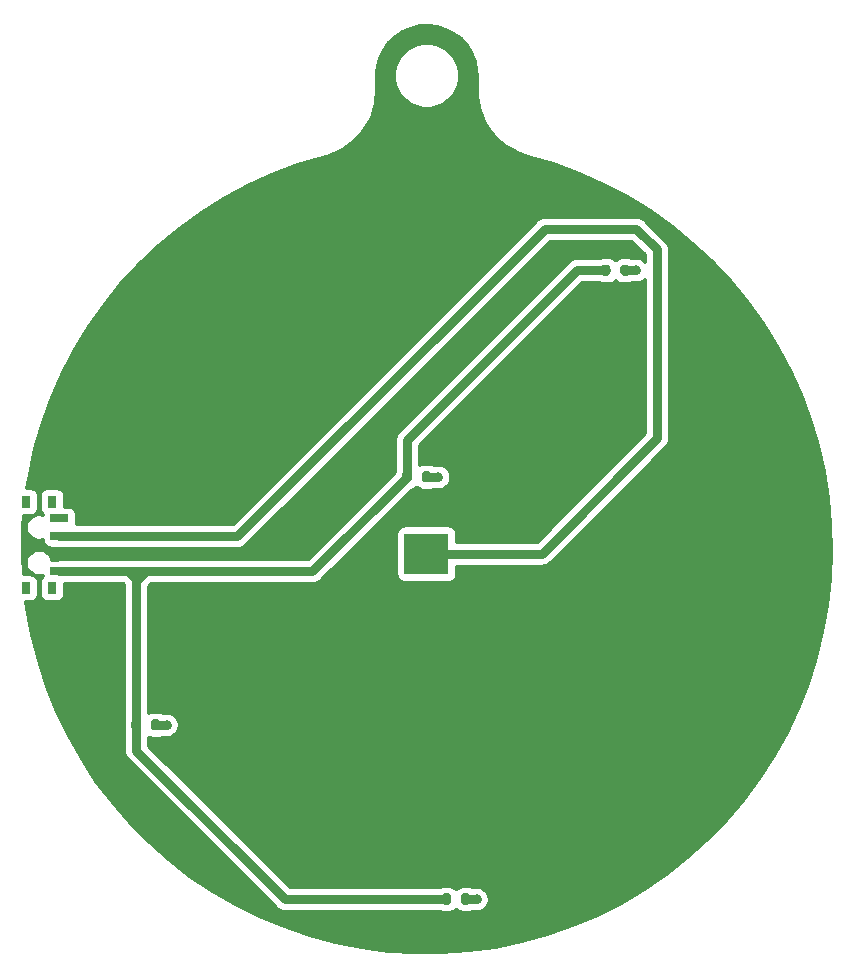
<source format=gbr>
%TF.GenerationSoftware,KiCad,Pcbnew,(5.1.10)-1*%
%TF.CreationDate,2021-10-20T07:51:42+02:00*%
%TF.ProjectId,TVZ_kuglica,54565a5f-6b75-4676-9c69-63612e6b6963,rev?*%
%TF.SameCoordinates,Original*%
%TF.FileFunction,Copper,L2,Bot*%
%TF.FilePolarity,Positive*%
%FSLAX46Y46*%
G04 Gerber Fmt 4.6, Leading zero omitted, Abs format (unit mm)*
G04 Created by KiCad (PCBNEW (5.1.10)-1) date 2021-10-20 07:51:42*
%MOMM*%
%LPD*%
G01*
G04 APERTURE LIST*
%TA.AperFunction,SMDPad,CuDef*%
%ADD10R,1.500000X0.700000*%
%TD*%
%TA.AperFunction,SMDPad,CuDef*%
%ADD11R,0.800000X1.000000*%
%TD*%
%TA.AperFunction,SMDPad,CuDef*%
%ADD12R,3.800000X3.500000*%
%TD*%
%TA.AperFunction,SMDPad,CuDef*%
%ADD13R,2.800000X5.700000*%
%TD*%
%TA.AperFunction,ViaPad*%
%ADD14C,0.800000*%
%TD*%
%TA.AperFunction,Conductor*%
%ADD15C,0.762000*%
%TD*%
%TA.AperFunction,Conductor*%
%ADD16C,0.254000*%
%TD*%
%TA.AperFunction,Conductor*%
%ADD17C,0.100000*%
%TD*%
G04 APERTURE END LIST*
D10*
%TO.P,SW1,1*%
%TO.N,Net-(R1-Pad1)*%
X105930000Y-102000000D03*
%TO.P,SW1,2*%
%TO.N,VCC*%
X105930000Y-99000000D03*
%TO.P,SW1,3*%
%TO.N,Net-(SW1-Pad3)*%
X105930000Y-97500000D03*
D11*
%TO.P,SW1,*%
%TO.N,*%
X103070000Y-103400000D03*
X103070000Y-96100000D03*
X105280000Y-96100000D03*
X105280000Y-103400000D03*
%TD*%
D12*
%TO.P,BT1,1*%
%TO.N,VCC*%
X137000000Y-100500000D03*
D13*
%TO.P,BT1,2*%
%TO.N,GND*%
X137000000Y-123000000D03*
%TD*%
%TO.P,R1,1*%
%TO.N,Net-(R1-Pad1)*%
%TA.AperFunction,SMDPad,CuDef*%
G36*
G01*
X134950000Y-94275000D02*
X134950000Y-93725000D01*
G75*
G02*
X135150000Y-93525000I200000J0D01*
G01*
X135550000Y-93525000D01*
G75*
G02*
X135750000Y-93725000I0J-200000D01*
G01*
X135750000Y-94275000D01*
G75*
G02*
X135550000Y-94475000I-200000J0D01*
G01*
X135150000Y-94475000D01*
G75*
G02*
X134950000Y-94275000I0J200000D01*
G01*
G37*
%TD.AperFunction*%
%TO.P,R1,2*%
%TO.N,Net-(D12-Pad1)*%
%TA.AperFunction,SMDPad,CuDef*%
G36*
G01*
X136600000Y-94275000D02*
X136600000Y-93725000D01*
G75*
G02*
X136800000Y-93525000I200000J0D01*
G01*
X137200000Y-93525000D01*
G75*
G02*
X137400000Y-93725000I0J-200000D01*
G01*
X137400000Y-94275000D01*
G75*
G02*
X137200000Y-94475000I-200000J0D01*
G01*
X136800000Y-94475000D01*
G75*
G02*
X136600000Y-94275000I0J200000D01*
G01*
G37*
%TD.AperFunction*%
%TD*%
%TO.P,R2,1*%
%TO.N,Net-(R1-Pad1)*%
%TA.AperFunction,SMDPad,CuDef*%
G36*
G01*
X151775000Y-76775000D02*
X151775000Y-76225000D01*
G75*
G02*
X151975000Y-76025000I200000J0D01*
G01*
X152375000Y-76025000D01*
G75*
G02*
X152575000Y-76225000I0J-200000D01*
G01*
X152575000Y-76775000D01*
G75*
G02*
X152375000Y-76975000I-200000J0D01*
G01*
X151975000Y-76975000D01*
G75*
G02*
X151775000Y-76775000I0J200000D01*
G01*
G37*
%TD.AperFunction*%
%TO.P,R2,2*%
%TO.N,Net-(D3-Pad1)*%
%TA.AperFunction,SMDPad,CuDef*%
G36*
G01*
X153425000Y-76775000D02*
X153425000Y-76225000D01*
G75*
G02*
X153625000Y-76025000I200000J0D01*
G01*
X154025000Y-76025000D01*
G75*
G02*
X154225000Y-76225000I0J-200000D01*
G01*
X154225000Y-76775000D01*
G75*
G02*
X154025000Y-76975000I-200000J0D01*
G01*
X153625000Y-76975000D01*
G75*
G02*
X153425000Y-76775000I0J200000D01*
G01*
G37*
%TD.AperFunction*%
%TD*%
%TO.P,R3,1*%
%TO.N,Net-(R1-Pad1)*%
%TA.AperFunction,SMDPad,CuDef*%
G36*
G01*
X112025000Y-115275000D02*
X112025000Y-114725000D01*
G75*
G02*
X112225000Y-114525000I200000J0D01*
G01*
X112625000Y-114525000D01*
G75*
G02*
X112825000Y-114725000I0J-200000D01*
G01*
X112825000Y-115275000D01*
G75*
G02*
X112625000Y-115475000I-200000J0D01*
G01*
X112225000Y-115475000D01*
G75*
G02*
X112025000Y-115275000I0J200000D01*
G01*
G37*
%TD.AperFunction*%
%TO.P,R3,2*%
%TO.N,Net-(D5-Pad1)*%
%TA.AperFunction,SMDPad,CuDef*%
G36*
G01*
X113675000Y-115275000D02*
X113675000Y-114725000D01*
G75*
G02*
X113875000Y-114525000I200000J0D01*
G01*
X114275000Y-114525000D01*
G75*
G02*
X114475000Y-114725000I0J-200000D01*
G01*
X114475000Y-115275000D01*
G75*
G02*
X114275000Y-115475000I-200000J0D01*
G01*
X113875000Y-115475000D01*
G75*
G02*
X113675000Y-115275000I0J200000D01*
G01*
G37*
%TD.AperFunction*%
%TD*%
%TO.P,R4,2*%
%TO.N,Net-(D7-Pad1)*%
%TA.AperFunction,SMDPad,CuDef*%
G36*
G01*
X139925000Y-130025000D02*
X139925000Y-129475000D01*
G75*
G02*
X140125000Y-129275000I200000J0D01*
G01*
X140525000Y-129275000D01*
G75*
G02*
X140725000Y-129475000I0J-200000D01*
G01*
X140725000Y-130025000D01*
G75*
G02*
X140525000Y-130225000I-200000J0D01*
G01*
X140125000Y-130225000D01*
G75*
G02*
X139925000Y-130025000I0J200000D01*
G01*
G37*
%TD.AperFunction*%
%TO.P,R4,1*%
%TO.N,Net-(R1-Pad1)*%
%TA.AperFunction,SMDPad,CuDef*%
G36*
G01*
X138275000Y-130025000D02*
X138275000Y-129475000D01*
G75*
G02*
X138475000Y-129275000I200000J0D01*
G01*
X138875000Y-129275000D01*
G75*
G02*
X139075000Y-129475000I0J-200000D01*
G01*
X139075000Y-130025000D01*
G75*
G02*
X138875000Y-130225000I-200000J0D01*
G01*
X138475000Y-130225000D01*
G75*
G02*
X138275000Y-130025000I0J200000D01*
G01*
G37*
%TD.AperFunction*%
%TD*%
D14*
%TO.N,GND*%
X129000000Y-77000000D03*
X115000000Y-89500000D03*
X148750000Y-81750000D03*
X148500000Y-104000000D03*
X164250000Y-109250000D03*
X146000000Y-113750000D03*
X143750000Y-125750000D03*
X120500000Y-128250000D03*
X130750000Y-112500000D03*
X119500000Y-107250000D03*
X109750000Y-104500000D03*
X158750000Y-76500000D03*
X142000000Y-94000000D03*
X119000000Y-115000000D03*
X145250000Y-129750000D03*
%TO.N,Net-(D12-Pad1)*%
X138000000Y-94000000D03*
%TO.N,Net-(D3-Pad1)*%
X154750000Y-76500000D03*
%TO.N,Net-(D5-Pad1)*%
X115000000Y-115000000D03*
%TO.N,Net-(D7-Pad1)*%
X141250000Y-129750000D03*
%TD*%
D15*
%TO.N,VCC*%
X146750000Y-100500000D02*
X137000000Y-100500000D01*
X156500000Y-90750000D02*
X146750000Y-100500000D01*
X156500000Y-74750000D02*
X156500000Y-90750000D01*
X154750000Y-73000000D02*
X156500000Y-74750000D01*
X147000000Y-73000000D02*
X154750000Y-73000000D01*
X121000000Y-99000000D02*
X147000000Y-73000000D01*
X105930000Y-99000000D02*
X121000000Y-99000000D01*
%TO.N,Net-(D12-Pad1)*%
X138000000Y-94000000D02*
X137000000Y-94000000D01*
%TO.N,Net-(D3-Pad1)*%
X153825000Y-76500000D02*
X154750000Y-76500000D01*
%TO.N,Net-(D5-Pad1)*%
X114075000Y-115000000D02*
X115000000Y-115000000D01*
%TO.N,Net-(D7-Pad1)*%
X140325000Y-129750000D02*
X141250000Y-129750000D01*
%TO.N,Net-(R1-Pad1)*%
X112425000Y-115000000D02*
X112425000Y-117175000D01*
X125000000Y-129750000D02*
X138675000Y-129750000D01*
X112425000Y-117175000D02*
X125000000Y-129750000D01*
X127350000Y-102000000D02*
X135350000Y-94000000D01*
X135350000Y-94000000D02*
X135350000Y-90900000D01*
X149750000Y-76500000D02*
X152175000Y-76500000D01*
X135350000Y-90900000D02*
X149750000Y-76500000D01*
X112425000Y-102325000D02*
X112750000Y-102000000D01*
X112425000Y-102825000D02*
X113250000Y-102000000D01*
X112750000Y-102000000D02*
X113250000Y-102000000D01*
X112425000Y-115000000D02*
X112425000Y-102825000D01*
X113250000Y-102000000D02*
X127350000Y-102000000D01*
X112425000Y-102825000D02*
X112425000Y-102325000D01*
X112425000Y-102675000D02*
X111750000Y-102000000D01*
X112425000Y-102825000D02*
X112425000Y-102675000D01*
X111750000Y-102000000D02*
X112750000Y-102000000D01*
X105930000Y-102000000D02*
X111750000Y-102000000D01*
%TD*%
D16*
%TO.N,GND*%
X137886138Y-55831059D02*
X138610388Y-56053867D01*
X139283738Y-56401409D01*
X139884901Y-56862699D01*
X140394872Y-57423149D01*
X140797540Y-58065057D01*
X141080170Y-58768122D01*
X141236190Y-59521513D01*
X141265000Y-60021169D01*
X141265001Y-61306272D01*
X141266298Y-61319440D01*
X141278413Y-61656049D01*
X141278863Y-61659632D01*
X141278707Y-61663242D01*
X141287438Y-61747410D01*
X141429908Y-62624862D01*
X141435629Y-62647269D01*
X141438736Y-62670183D01*
X141462234Y-62751474D01*
X141757835Y-63589830D01*
X141767433Y-63610870D01*
X141774549Y-63632871D01*
X141812059Y-63708691D01*
X141812071Y-63708717D01*
X141812077Y-63708725D01*
X142251461Y-64481476D01*
X142264630Y-64500478D01*
X142275533Y-64520879D01*
X142325894Y-64588881D01*
X142895182Y-65271616D01*
X142911512Y-65287990D01*
X142925851Y-65306132D01*
X142987458Y-65364142D01*
X143668651Y-65935276D01*
X143687625Y-65948502D01*
X143704950Y-65963817D01*
X143775855Y-66010000D01*
X144547423Y-66451478D01*
X144568436Y-66461133D01*
X144588200Y-66473139D01*
X144666163Y-66506036D01*
X145503715Y-66803905D01*
X145508021Y-66805017D01*
X145525587Y-66811299D01*
X145542755Y-66816572D01*
X147746053Y-67464098D01*
X149878711Y-68247813D01*
X151954729Y-69171140D01*
X153965017Y-70230036D01*
X155900673Y-71419812D01*
X157753239Y-72735268D01*
X159514561Y-74170616D01*
X161176886Y-75719540D01*
X162732884Y-77375207D01*
X164175738Y-79130360D01*
X165499106Y-80977290D01*
X166697162Y-82907865D01*
X167764630Y-84913581D01*
X168696830Y-86985643D01*
X169489658Y-89114933D01*
X170139624Y-91292080D01*
X170643873Y-93507517D01*
X171000188Y-95751501D01*
X171207004Y-98014175D01*
X171263407Y-100285560D01*
X171169153Y-102555700D01*
X170924654Y-104814605D01*
X170530986Y-107052337D01*
X169989882Y-109259064D01*
X169303718Y-111425077D01*
X168475512Y-113540851D01*
X167508906Y-115597090D01*
X166408155Y-117584736D01*
X165178083Y-119495080D01*
X163824120Y-121319689D01*
X162352204Y-123050560D01*
X160768823Y-124680064D01*
X159080926Y-126201055D01*
X157295931Y-127606843D01*
X155421695Y-128891239D01*
X153466456Y-130048599D01*
X151438820Y-131073832D01*
X149347702Y-131962428D01*
X147202263Y-132710493D01*
X145011999Y-133314718D01*
X142786467Y-133772464D01*
X140535523Y-134081705D01*
X138269022Y-134241089D01*
X135996953Y-134249911D01*
X133729262Y-134108134D01*
X131475992Y-133816385D01*
X129246983Y-133375938D01*
X127052076Y-132788738D01*
X124900917Y-132057366D01*
X122802939Y-131185029D01*
X120767401Y-130175574D01*
X118803237Y-129033435D01*
X116919085Y-127763634D01*
X115123223Y-126371749D01*
X113423564Y-124863914D01*
X111827572Y-123246751D01*
X110342263Y-121527368D01*
X108974171Y-119713331D01*
X107729304Y-117812605D01*
X106613144Y-115833557D01*
X105630601Y-113784897D01*
X104785986Y-111675609D01*
X104083026Y-109515005D01*
X103524797Y-107312547D01*
X103113763Y-105077935D01*
X103051083Y-104538072D01*
X103470000Y-104538072D01*
X103594482Y-104525812D01*
X103714180Y-104489502D01*
X103824494Y-104430537D01*
X103921185Y-104351185D01*
X104000537Y-104254494D01*
X104059502Y-104144180D01*
X104095812Y-104024482D01*
X104108072Y-103900000D01*
X104108072Y-102900000D01*
X104095812Y-102775518D01*
X104059502Y-102655820D01*
X104000537Y-102545506D01*
X103921185Y-102448815D01*
X103824494Y-102369463D01*
X103714180Y-102310498D01*
X103594482Y-102274188D01*
X103470000Y-102261928D01*
X102824164Y-102261928D01*
X102739845Y-100551658D01*
X102778607Y-98279882D01*
X102790035Y-98143137D01*
X103085000Y-98143137D01*
X103085000Y-98356863D01*
X103126696Y-98566483D01*
X103208485Y-98763940D01*
X103327225Y-98941647D01*
X103478353Y-99092775D01*
X103656060Y-99211515D01*
X103853517Y-99293304D01*
X104063137Y-99335000D01*
X104276863Y-99335000D01*
X104486483Y-99293304D01*
X104541928Y-99270338D01*
X104541928Y-99350000D01*
X104554188Y-99474482D01*
X104590498Y-99594180D01*
X104649463Y-99704494D01*
X104728815Y-99801185D01*
X104825506Y-99880537D01*
X104935820Y-99939502D01*
X105055518Y-99975812D01*
X105180000Y-99988072D01*
X105687229Y-99988072D01*
X105730829Y-100001298D01*
X105880098Y-100016000D01*
X120950098Y-100016000D01*
X121000000Y-100020915D01*
X121049902Y-100016000D01*
X121199171Y-100001298D01*
X121390687Y-99943202D01*
X121567190Y-99848860D01*
X121721896Y-99721896D01*
X121753713Y-99683128D01*
X147420841Y-74016000D01*
X154329160Y-74016000D01*
X155484000Y-75170841D01*
X155484000Y-75770289D01*
X155409774Y-75696063D01*
X155240256Y-75582795D01*
X155051898Y-75504774D01*
X154851939Y-75465000D01*
X154648061Y-75465000D01*
X154552541Y-75484000D01*
X154407974Y-75484000D01*
X154345716Y-75450722D01*
X154188500Y-75403031D01*
X154025000Y-75386928D01*
X153625000Y-75386928D01*
X153461500Y-75403031D01*
X153304284Y-75450722D01*
X153159392Y-75528169D01*
X153032394Y-75632394D01*
X153000000Y-75671866D01*
X152967606Y-75632394D01*
X152840608Y-75528169D01*
X152695716Y-75450722D01*
X152538500Y-75403031D01*
X152375000Y-75386928D01*
X151975000Y-75386928D01*
X151811500Y-75403031D01*
X151654284Y-75450722D01*
X151592026Y-75484000D01*
X149799893Y-75484000D01*
X149749999Y-75479086D01*
X149700105Y-75484000D01*
X149700098Y-75484000D01*
X149550829Y-75498702D01*
X149359313Y-75556798D01*
X149182810Y-75651140D01*
X149028104Y-75778104D01*
X148996292Y-75816867D01*
X134666868Y-90146292D01*
X134628105Y-90178104D01*
X134501141Y-90332810D01*
X134435892Y-90454883D01*
X134406799Y-90509313D01*
X134348702Y-90700830D01*
X134329085Y-90900000D01*
X134334001Y-90949911D01*
X134334000Y-93541822D01*
X134328031Y-93561500D01*
X134325450Y-93587709D01*
X126929160Y-100984000D01*
X113299893Y-100984000D01*
X113249999Y-100979086D01*
X113200105Y-100984000D01*
X112799893Y-100984000D01*
X112749999Y-100979086D01*
X112700105Y-100984000D01*
X111799902Y-100984000D01*
X111750000Y-100979085D01*
X111700098Y-100984000D01*
X105880098Y-100984000D01*
X105730829Y-100998702D01*
X105687229Y-101011928D01*
X105228901Y-101011928D01*
X105213304Y-100933517D01*
X105131515Y-100736060D01*
X105012775Y-100558353D01*
X104861647Y-100407225D01*
X104683940Y-100288485D01*
X104486483Y-100206696D01*
X104276863Y-100165000D01*
X104063137Y-100165000D01*
X103853517Y-100206696D01*
X103656060Y-100288485D01*
X103478353Y-100407225D01*
X103327225Y-100558353D01*
X103208485Y-100736060D01*
X103126696Y-100933517D01*
X103085000Y-101143137D01*
X103085000Y-101356863D01*
X103126696Y-101566483D01*
X103208485Y-101763940D01*
X103327225Y-101941647D01*
X103478353Y-102092775D01*
X103656060Y-102211515D01*
X103853517Y-102293304D01*
X104063137Y-102335000D01*
X104276863Y-102335000D01*
X104486483Y-102293304D01*
X104541928Y-102270338D01*
X104541928Y-102350000D01*
X104542928Y-102360151D01*
X104525506Y-102369463D01*
X104428815Y-102448815D01*
X104349463Y-102545506D01*
X104290498Y-102655820D01*
X104254188Y-102775518D01*
X104241928Y-102900000D01*
X104241928Y-103900000D01*
X104254188Y-104024482D01*
X104290498Y-104144180D01*
X104349463Y-104254494D01*
X104428815Y-104351185D01*
X104525506Y-104430537D01*
X104635820Y-104489502D01*
X104755518Y-104525812D01*
X104880000Y-104538072D01*
X105680000Y-104538072D01*
X105804482Y-104525812D01*
X105924180Y-104489502D01*
X106034494Y-104430537D01*
X106131185Y-104351185D01*
X106210537Y-104254494D01*
X106269502Y-104144180D01*
X106305812Y-104024482D01*
X106318072Y-103900000D01*
X106318072Y-103016000D01*
X111329160Y-103016000D01*
X111409001Y-103095841D01*
X111409000Y-114541823D01*
X111403031Y-114561500D01*
X111386928Y-114725000D01*
X111386928Y-115275000D01*
X111403031Y-115438500D01*
X111409000Y-115458178D01*
X111409001Y-117125089D01*
X111404085Y-117175000D01*
X111423702Y-117374170D01*
X111462141Y-117500884D01*
X111481799Y-117565687D01*
X111576141Y-117742190D01*
X111703105Y-117896896D01*
X111741868Y-117928708D01*
X124246292Y-130433133D01*
X124278104Y-130471896D01*
X124392976Y-130566169D01*
X124432810Y-130598860D01*
X124609313Y-130693202D01*
X124800829Y-130751298D01*
X125000000Y-130770915D01*
X125049902Y-130766000D01*
X138092026Y-130766000D01*
X138154284Y-130799278D01*
X138311500Y-130846969D01*
X138475000Y-130863072D01*
X138875000Y-130863072D01*
X139038500Y-130846969D01*
X139195716Y-130799278D01*
X139340608Y-130721831D01*
X139467606Y-130617606D01*
X139500000Y-130578134D01*
X139532394Y-130617606D01*
X139659392Y-130721831D01*
X139804284Y-130799278D01*
X139961500Y-130846969D01*
X140125000Y-130863072D01*
X140525000Y-130863072D01*
X140688500Y-130846969D01*
X140845716Y-130799278D01*
X140907974Y-130766000D01*
X141052541Y-130766000D01*
X141148061Y-130785000D01*
X141351939Y-130785000D01*
X141551898Y-130745226D01*
X141740256Y-130667205D01*
X141909774Y-130553937D01*
X142053937Y-130409774D01*
X142167205Y-130240256D01*
X142245226Y-130051898D01*
X142285000Y-129851939D01*
X142285000Y-129648061D01*
X142245226Y-129448102D01*
X142167205Y-129259744D01*
X142053937Y-129090226D01*
X141909774Y-128946063D01*
X141740256Y-128832795D01*
X141551898Y-128754774D01*
X141351939Y-128715000D01*
X141148061Y-128715000D01*
X141052541Y-128734000D01*
X140907974Y-128734000D01*
X140845716Y-128700722D01*
X140688500Y-128653031D01*
X140525000Y-128636928D01*
X140125000Y-128636928D01*
X139961500Y-128653031D01*
X139804284Y-128700722D01*
X139659392Y-128778169D01*
X139532394Y-128882394D01*
X139500000Y-128921866D01*
X139467606Y-128882394D01*
X139340608Y-128778169D01*
X139195716Y-128700722D01*
X139038500Y-128653031D01*
X138875000Y-128636928D01*
X138475000Y-128636928D01*
X138311500Y-128653031D01*
X138154284Y-128700722D01*
X138092026Y-128734000D01*
X125420841Y-128734000D01*
X113441000Y-116754160D01*
X113441000Y-115988726D01*
X113554284Y-116049278D01*
X113711500Y-116096969D01*
X113875000Y-116113072D01*
X114275000Y-116113072D01*
X114438500Y-116096969D01*
X114595716Y-116049278D01*
X114657974Y-116016000D01*
X114802541Y-116016000D01*
X114898061Y-116035000D01*
X115101939Y-116035000D01*
X115301898Y-115995226D01*
X115490256Y-115917205D01*
X115659774Y-115803937D01*
X115803937Y-115659774D01*
X115917205Y-115490256D01*
X115995226Y-115301898D01*
X116035000Y-115101939D01*
X116035000Y-114898061D01*
X115995226Y-114698102D01*
X115917205Y-114509744D01*
X115803937Y-114340226D01*
X115659774Y-114196063D01*
X115490256Y-114082795D01*
X115301898Y-114004774D01*
X115101939Y-113965000D01*
X114898061Y-113965000D01*
X114802541Y-113984000D01*
X114657974Y-113984000D01*
X114595716Y-113950722D01*
X114438500Y-113903031D01*
X114275000Y-113886928D01*
X113875000Y-113886928D01*
X113711500Y-113903031D01*
X113554284Y-113950722D01*
X113441000Y-114011274D01*
X113441000Y-103245840D01*
X113670841Y-103016000D01*
X127300098Y-103016000D01*
X127350000Y-103020915D01*
X127399902Y-103016000D01*
X127549171Y-103001298D01*
X127740687Y-102943202D01*
X127917190Y-102848860D01*
X128071896Y-102721896D01*
X128103712Y-102683128D01*
X135687291Y-95099550D01*
X135713500Y-95096969D01*
X135870716Y-95049278D01*
X136015608Y-94971831D01*
X136142606Y-94867606D01*
X136175000Y-94828134D01*
X136207394Y-94867606D01*
X136334392Y-94971831D01*
X136479284Y-95049278D01*
X136636500Y-95096969D01*
X136800000Y-95113072D01*
X137200000Y-95113072D01*
X137363500Y-95096969D01*
X137520716Y-95049278D01*
X137582974Y-95016000D01*
X137802541Y-95016000D01*
X137898061Y-95035000D01*
X138101939Y-95035000D01*
X138301898Y-94995226D01*
X138490256Y-94917205D01*
X138659774Y-94803937D01*
X138803937Y-94659774D01*
X138917205Y-94490256D01*
X138995226Y-94301898D01*
X139035000Y-94101939D01*
X139035000Y-93898061D01*
X138995226Y-93698102D01*
X138917205Y-93509744D01*
X138803937Y-93340226D01*
X138659774Y-93196063D01*
X138490256Y-93082795D01*
X138301898Y-93004774D01*
X138101939Y-92965000D01*
X137898061Y-92965000D01*
X137802541Y-92984000D01*
X137582974Y-92984000D01*
X137520716Y-92950722D01*
X137363500Y-92903031D01*
X137200000Y-92886928D01*
X136800000Y-92886928D01*
X136636500Y-92903031D01*
X136479284Y-92950722D01*
X136366000Y-93011274D01*
X136366000Y-91320840D01*
X150170841Y-77516000D01*
X151592026Y-77516000D01*
X151654284Y-77549278D01*
X151811500Y-77596969D01*
X151975000Y-77613072D01*
X152375000Y-77613072D01*
X152538500Y-77596969D01*
X152695716Y-77549278D01*
X152840608Y-77471831D01*
X152967606Y-77367606D01*
X153000000Y-77328134D01*
X153032394Y-77367606D01*
X153159392Y-77471831D01*
X153304284Y-77549278D01*
X153461500Y-77596969D01*
X153625000Y-77613072D01*
X154025000Y-77613072D01*
X154188500Y-77596969D01*
X154345716Y-77549278D01*
X154407974Y-77516000D01*
X154552541Y-77516000D01*
X154648061Y-77535000D01*
X154851939Y-77535000D01*
X155051898Y-77495226D01*
X155240256Y-77417205D01*
X155409774Y-77303937D01*
X155484000Y-77229711D01*
X155484001Y-90329158D01*
X146329160Y-99484000D01*
X139538072Y-99484000D01*
X139538072Y-98750000D01*
X139525812Y-98625518D01*
X139489502Y-98505820D01*
X139430537Y-98395506D01*
X139351185Y-98298815D01*
X139254494Y-98219463D01*
X139144180Y-98160498D01*
X139024482Y-98124188D01*
X138900000Y-98111928D01*
X135100000Y-98111928D01*
X134975518Y-98124188D01*
X134855820Y-98160498D01*
X134745506Y-98219463D01*
X134648815Y-98298815D01*
X134569463Y-98395506D01*
X134510498Y-98505820D01*
X134474188Y-98625518D01*
X134461928Y-98750000D01*
X134461928Y-102250000D01*
X134474188Y-102374482D01*
X134510498Y-102494180D01*
X134569463Y-102604494D01*
X134648815Y-102701185D01*
X134745506Y-102780537D01*
X134855820Y-102839502D01*
X134975518Y-102875812D01*
X135100000Y-102888072D01*
X138900000Y-102888072D01*
X139024482Y-102875812D01*
X139144180Y-102839502D01*
X139254494Y-102780537D01*
X139351185Y-102701185D01*
X139430537Y-102604494D01*
X139489502Y-102494180D01*
X139525812Y-102374482D01*
X139538072Y-102250000D01*
X139538072Y-101516000D01*
X146700098Y-101516000D01*
X146750000Y-101520915D01*
X146799902Y-101516000D01*
X146949171Y-101501298D01*
X147140687Y-101443202D01*
X147317190Y-101348860D01*
X147471896Y-101221896D01*
X147503712Y-101183128D01*
X157183133Y-91503708D01*
X157221896Y-91471896D01*
X157348860Y-91317190D01*
X157443202Y-91140687D01*
X157501298Y-90949171D01*
X157516000Y-90799902D01*
X157516000Y-90799895D01*
X157520914Y-90750001D01*
X157516000Y-90700107D01*
X157516000Y-74799902D01*
X157520915Y-74750000D01*
X157512117Y-74660669D01*
X157501298Y-74550829D01*
X157443202Y-74359313D01*
X157348860Y-74182810D01*
X157221896Y-74028104D01*
X157183133Y-73996292D01*
X155503712Y-72316872D01*
X155471896Y-72278104D01*
X155317190Y-72151140D01*
X155140687Y-72056798D01*
X154949171Y-71998702D01*
X154799902Y-71984000D01*
X154750000Y-71979085D01*
X154700098Y-71984000D01*
X147049902Y-71984000D01*
X147000000Y-71979085D01*
X146950098Y-71984000D01*
X146800829Y-71998702D01*
X146609313Y-72056798D01*
X146432810Y-72151140D01*
X146278104Y-72278104D01*
X146246292Y-72316867D01*
X120579160Y-97984000D01*
X107302925Y-97984000D01*
X107305812Y-97974482D01*
X107318072Y-97850000D01*
X107318072Y-97150000D01*
X107305812Y-97025518D01*
X107269502Y-96905820D01*
X107210537Y-96795506D01*
X107131185Y-96698815D01*
X107034494Y-96619463D01*
X106924180Y-96560498D01*
X106804482Y-96524188D01*
X106680000Y-96511928D01*
X106318072Y-96511928D01*
X106318072Y-95600000D01*
X106305812Y-95475518D01*
X106269502Y-95355820D01*
X106210537Y-95245506D01*
X106131185Y-95148815D01*
X106034494Y-95069463D01*
X105924180Y-95010498D01*
X105804482Y-94974188D01*
X105680000Y-94961928D01*
X104880000Y-94961928D01*
X104755518Y-94974188D01*
X104635820Y-95010498D01*
X104525506Y-95069463D01*
X104428815Y-95148815D01*
X104349463Y-95245506D01*
X104290498Y-95355820D01*
X104254188Y-95475518D01*
X104241928Y-95600000D01*
X104241928Y-96600000D01*
X104254188Y-96724482D01*
X104290498Y-96844180D01*
X104349463Y-96954494D01*
X104428815Y-97051185D01*
X104525506Y-97130537D01*
X104542928Y-97139849D01*
X104541928Y-97150000D01*
X104541928Y-97229662D01*
X104486483Y-97206696D01*
X104276863Y-97165000D01*
X104063137Y-97165000D01*
X103853517Y-97206696D01*
X103656060Y-97288485D01*
X103478353Y-97407225D01*
X103327225Y-97558353D01*
X103208485Y-97736060D01*
X103126696Y-97933517D01*
X103085000Y-98143137D01*
X102790035Y-98143137D01*
X102865678Y-97238072D01*
X103470000Y-97238072D01*
X103594482Y-97225812D01*
X103714180Y-97189502D01*
X103824494Y-97130537D01*
X103921185Y-97051185D01*
X104000537Y-96954494D01*
X104059502Y-96844180D01*
X104095812Y-96724482D01*
X104108072Y-96600000D01*
X104108072Y-95600000D01*
X104095812Y-95475518D01*
X104059502Y-95355820D01*
X104000537Y-95245506D01*
X103921185Y-95148815D01*
X103824494Y-95069463D01*
X103714180Y-95010498D01*
X103594482Y-94974188D01*
X103470000Y-94961928D01*
X103126785Y-94961928D01*
X103306719Y-93768999D01*
X103793749Y-91549706D01*
X104426782Y-89367594D01*
X105203052Y-87232203D01*
X106119133Y-85152960D01*
X107170992Y-83139015D01*
X108354015Y-81199200D01*
X109663000Y-79342048D01*
X111092189Y-77575730D01*
X112635284Y-75908027D01*
X114285522Y-74346247D01*
X116035631Y-72897273D01*
X117877934Y-71567463D01*
X119804304Y-70362683D01*
X121806298Y-69288211D01*
X123875077Y-68348792D01*
X126001593Y-67548534D01*
X128186747Y-66887862D01*
X128436510Y-66822338D01*
X128452528Y-66817563D01*
X128459226Y-66815987D01*
X128804024Y-66713600D01*
X128807380Y-66712269D01*
X128810916Y-66711517D01*
X128890228Y-66682021D01*
X129704199Y-66324712D01*
X129724464Y-66313571D01*
X129745874Y-66304834D01*
X129818696Y-66261767D01*
X129818710Y-66261759D01*
X129818715Y-66261755D01*
X130556543Y-65765956D01*
X130574511Y-65751406D01*
X130594041Y-65739012D01*
X130658097Y-65683720D01*
X131296470Y-65065093D01*
X131311582Y-65047586D01*
X131328603Y-65031934D01*
X131381840Y-64966192D01*
X131381856Y-64966173D01*
X131381861Y-64966165D01*
X131900590Y-64244277D01*
X131912363Y-64224370D01*
X131926343Y-64205952D01*
X131967109Y-64131800D01*
X132349809Y-63329453D01*
X132357869Y-63307780D01*
X132368369Y-63287173D01*
X132395359Y-63206974D01*
X132629927Y-62349538D01*
X132634022Y-62326778D01*
X132640706Y-62304640D01*
X132653067Y-62220928D01*
X132731782Y-61338949D01*
X132735000Y-61306272D01*
X132735000Y-60032731D01*
X132762021Y-59729963D01*
X134258266Y-59729963D01*
X134258266Y-60270037D01*
X134363629Y-60799734D01*
X134570307Y-61298698D01*
X134870356Y-61747753D01*
X135252247Y-62129644D01*
X135701302Y-62429693D01*
X136200266Y-62636371D01*
X136729963Y-62741734D01*
X137270037Y-62741734D01*
X137799734Y-62636371D01*
X138298698Y-62429693D01*
X138747753Y-62129644D01*
X139129644Y-61747753D01*
X139429693Y-61298698D01*
X139636371Y-60799734D01*
X139741734Y-60270037D01*
X139741734Y-59729963D01*
X139636371Y-59200266D01*
X139429693Y-58701302D01*
X139129644Y-58252247D01*
X138747753Y-57870356D01*
X138298698Y-57570307D01*
X137799734Y-57363629D01*
X137270037Y-57258266D01*
X136729963Y-57258266D01*
X136200266Y-57363629D01*
X135701302Y-57570307D01*
X135252247Y-57870356D01*
X134870356Y-58252247D01*
X134570307Y-58701302D01*
X134363629Y-59200266D01*
X134258266Y-59729963D01*
X132762021Y-59729963D01*
X132805281Y-59245253D01*
X133005231Y-58514357D01*
X133331450Y-57830425D01*
X133773626Y-57215072D01*
X134317789Y-56687741D01*
X134946726Y-56265114D01*
X135640570Y-55960537D01*
X136377386Y-55783643D01*
X137133871Y-55740024D01*
X137886138Y-55831059D01*
%TA.AperFunction,Conductor*%
D17*
G36*
X137886138Y-55831059D02*
G01*
X138610388Y-56053867D01*
X139283738Y-56401409D01*
X139884901Y-56862699D01*
X140394872Y-57423149D01*
X140797540Y-58065057D01*
X141080170Y-58768122D01*
X141236190Y-59521513D01*
X141265000Y-60021169D01*
X141265001Y-61306272D01*
X141266298Y-61319440D01*
X141278413Y-61656049D01*
X141278863Y-61659632D01*
X141278707Y-61663242D01*
X141287438Y-61747410D01*
X141429908Y-62624862D01*
X141435629Y-62647269D01*
X141438736Y-62670183D01*
X141462234Y-62751474D01*
X141757835Y-63589830D01*
X141767433Y-63610870D01*
X141774549Y-63632871D01*
X141812059Y-63708691D01*
X141812071Y-63708717D01*
X141812077Y-63708725D01*
X142251461Y-64481476D01*
X142264630Y-64500478D01*
X142275533Y-64520879D01*
X142325894Y-64588881D01*
X142895182Y-65271616D01*
X142911512Y-65287990D01*
X142925851Y-65306132D01*
X142987458Y-65364142D01*
X143668651Y-65935276D01*
X143687625Y-65948502D01*
X143704950Y-65963817D01*
X143775855Y-66010000D01*
X144547423Y-66451478D01*
X144568436Y-66461133D01*
X144588200Y-66473139D01*
X144666163Y-66506036D01*
X145503715Y-66803905D01*
X145508021Y-66805017D01*
X145525587Y-66811299D01*
X145542755Y-66816572D01*
X147746053Y-67464098D01*
X149878711Y-68247813D01*
X151954729Y-69171140D01*
X153965017Y-70230036D01*
X155900673Y-71419812D01*
X157753239Y-72735268D01*
X159514561Y-74170616D01*
X161176886Y-75719540D01*
X162732884Y-77375207D01*
X164175738Y-79130360D01*
X165499106Y-80977290D01*
X166697162Y-82907865D01*
X167764630Y-84913581D01*
X168696830Y-86985643D01*
X169489658Y-89114933D01*
X170139624Y-91292080D01*
X170643873Y-93507517D01*
X171000188Y-95751501D01*
X171207004Y-98014175D01*
X171263407Y-100285560D01*
X171169153Y-102555700D01*
X170924654Y-104814605D01*
X170530986Y-107052337D01*
X169989882Y-109259064D01*
X169303718Y-111425077D01*
X168475512Y-113540851D01*
X167508906Y-115597090D01*
X166408155Y-117584736D01*
X165178083Y-119495080D01*
X163824120Y-121319689D01*
X162352204Y-123050560D01*
X160768823Y-124680064D01*
X159080926Y-126201055D01*
X157295931Y-127606843D01*
X155421695Y-128891239D01*
X153466456Y-130048599D01*
X151438820Y-131073832D01*
X149347702Y-131962428D01*
X147202263Y-132710493D01*
X145011999Y-133314718D01*
X142786467Y-133772464D01*
X140535523Y-134081705D01*
X138269022Y-134241089D01*
X135996953Y-134249911D01*
X133729262Y-134108134D01*
X131475992Y-133816385D01*
X129246983Y-133375938D01*
X127052076Y-132788738D01*
X124900917Y-132057366D01*
X122802939Y-131185029D01*
X120767401Y-130175574D01*
X118803237Y-129033435D01*
X116919085Y-127763634D01*
X115123223Y-126371749D01*
X113423564Y-124863914D01*
X111827572Y-123246751D01*
X110342263Y-121527368D01*
X108974171Y-119713331D01*
X107729304Y-117812605D01*
X106613144Y-115833557D01*
X105630601Y-113784897D01*
X104785986Y-111675609D01*
X104083026Y-109515005D01*
X103524797Y-107312547D01*
X103113763Y-105077935D01*
X103051083Y-104538072D01*
X103470000Y-104538072D01*
X103594482Y-104525812D01*
X103714180Y-104489502D01*
X103824494Y-104430537D01*
X103921185Y-104351185D01*
X104000537Y-104254494D01*
X104059502Y-104144180D01*
X104095812Y-104024482D01*
X104108072Y-103900000D01*
X104108072Y-102900000D01*
X104095812Y-102775518D01*
X104059502Y-102655820D01*
X104000537Y-102545506D01*
X103921185Y-102448815D01*
X103824494Y-102369463D01*
X103714180Y-102310498D01*
X103594482Y-102274188D01*
X103470000Y-102261928D01*
X102824164Y-102261928D01*
X102739845Y-100551658D01*
X102778607Y-98279882D01*
X102790035Y-98143137D01*
X103085000Y-98143137D01*
X103085000Y-98356863D01*
X103126696Y-98566483D01*
X103208485Y-98763940D01*
X103327225Y-98941647D01*
X103478353Y-99092775D01*
X103656060Y-99211515D01*
X103853517Y-99293304D01*
X104063137Y-99335000D01*
X104276863Y-99335000D01*
X104486483Y-99293304D01*
X104541928Y-99270338D01*
X104541928Y-99350000D01*
X104554188Y-99474482D01*
X104590498Y-99594180D01*
X104649463Y-99704494D01*
X104728815Y-99801185D01*
X104825506Y-99880537D01*
X104935820Y-99939502D01*
X105055518Y-99975812D01*
X105180000Y-99988072D01*
X105687229Y-99988072D01*
X105730829Y-100001298D01*
X105880098Y-100016000D01*
X120950098Y-100016000D01*
X121000000Y-100020915D01*
X121049902Y-100016000D01*
X121199171Y-100001298D01*
X121390687Y-99943202D01*
X121567190Y-99848860D01*
X121721896Y-99721896D01*
X121753713Y-99683128D01*
X147420841Y-74016000D01*
X154329160Y-74016000D01*
X155484000Y-75170841D01*
X155484000Y-75770289D01*
X155409774Y-75696063D01*
X155240256Y-75582795D01*
X155051898Y-75504774D01*
X154851939Y-75465000D01*
X154648061Y-75465000D01*
X154552541Y-75484000D01*
X154407974Y-75484000D01*
X154345716Y-75450722D01*
X154188500Y-75403031D01*
X154025000Y-75386928D01*
X153625000Y-75386928D01*
X153461500Y-75403031D01*
X153304284Y-75450722D01*
X153159392Y-75528169D01*
X153032394Y-75632394D01*
X153000000Y-75671866D01*
X152967606Y-75632394D01*
X152840608Y-75528169D01*
X152695716Y-75450722D01*
X152538500Y-75403031D01*
X152375000Y-75386928D01*
X151975000Y-75386928D01*
X151811500Y-75403031D01*
X151654284Y-75450722D01*
X151592026Y-75484000D01*
X149799893Y-75484000D01*
X149749999Y-75479086D01*
X149700105Y-75484000D01*
X149700098Y-75484000D01*
X149550829Y-75498702D01*
X149359313Y-75556798D01*
X149182810Y-75651140D01*
X149028104Y-75778104D01*
X148996292Y-75816867D01*
X134666868Y-90146292D01*
X134628105Y-90178104D01*
X134501141Y-90332810D01*
X134435892Y-90454883D01*
X134406799Y-90509313D01*
X134348702Y-90700830D01*
X134329085Y-90900000D01*
X134334001Y-90949911D01*
X134334000Y-93541822D01*
X134328031Y-93561500D01*
X134325450Y-93587709D01*
X126929160Y-100984000D01*
X113299893Y-100984000D01*
X113249999Y-100979086D01*
X113200105Y-100984000D01*
X112799893Y-100984000D01*
X112749999Y-100979086D01*
X112700105Y-100984000D01*
X111799902Y-100984000D01*
X111750000Y-100979085D01*
X111700098Y-100984000D01*
X105880098Y-100984000D01*
X105730829Y-100998702D01*
X105687229Y-101011928D01*
X105228901Y-101011928D01*
X105213304Y-100933517D01*
X105131515Y-100736060D01*
X105012775Y-100558353D01*
X104861647Y-100407225D01*
X104683940Y-100288485D01*
X104486483Y-100206696D01*
X104276863Y-100165000D01*
X104063137Y-100165000D01*
X103853517Y-100206696D01*
X103656060Y-100288485D01*
X103478353Y-100407225D01*
X103327225Y-100558353D01*
X103208485Y-100736060D01*
X103126696Y-100933517D01*
X103085000Y-101143137D01*
X103085000Y-101356863D01*
X103126696Y-101566483D01*
X103208485Y-101763940D01*
X103327225Y-101941647D01*
X103478353Y-102092775D01*
X103656060Y-102211515D01*
X103853517Y-102293304D01*
X104063137Y-102335000D01*
X104276863Y-102335000D01*
X104486483Y-102293304D01*
X104541928Y-102270338D01*
X104541928Y-102350000D01*
X104542928Y-102360151D01*
X104525506Y-102369463D01*
X104428815Y-102448815D01*
X104349463Y-102545506D01*
X104290498Y-102655820D01*
X104254188Y-102775518D01*
X104241928Y-102900000D01*
X104241928Y-103900000D01*
X104254188Y-104024482D01*
X104290498Y-104144180D01*
X104349463Y-104254494D01*
X104428815Y-104351185D01*
X104525506Y-104430537D01*
X104635820Y-104489502D01*
X104755518Y-104525812D01*
X104880000Y-104538072D01*
X105680000Y-104538072D01*
X105804482Y-104525812D01*
X105924180Y-104489502D01*
X106034494Y-104430537D01*
X106131185Y-104351185D01*
X106210537Y-104254494D01*
X106269502Y-104144180D01*
X106305812Y-104024482D01*
X106318072Y-103900000D01*
X106318072Y-103016000D01*
X111329160Y-103016000D01*
X111409001Y-103095841D01*
X111409000Y-114541823D01*
X111403031Y-114561500D01*
X111386928Y-114725000D01*
X111386928Y-115275000D01*
X111403031Y-115438500D01*
X111409000Y-115458178D01*
X111409001Y-117125089D01*
X111404085Y-117175000D01*
X111423702Y-117374170D01*
X111462141Y-117500884D01*
X111481799Y-117565687D01*
X111576141Y-117742190D01*
X111703105Y-117896896D01*
X111741868Y-117928708D01*
X124246292Y-130433133D01*
X124278104Y-130471896D01*
X124392976Y-130566169D01*
X124432810Y-130598860D01*
X124609313Y-130693202D01*
X124800829Y-130751298D01*
X125000000Y-130770915D01*
X125049902Y-130766000D01*
X138092026Y-130766000D01*
X138154284Y-130799278D01*
X138311500Y-130846969D01*
X138475000Y-130863072D01*
X138875000Y-130863072D01*
X139038500Y-130846969D01*
X139195716Y-130799278D01*
X139340608Y-130721831D01*
X139467606Y-130617606D01*
X139500000Y-130578134D01*
X139532394Y-130617606D01*
X139659392Y-130721831D01*
X139804284Y-130799278D01*
X139961500Y-130846969D01*
X140125000Y-130863072D01*
X140525000Y-130863072D01*
X140688500Y-130846969D01*
X140845716Y-130799278D01*
X140907974Y-130766000D01*
X141052541Y-130766000D01*
X141148061Y-130785000D01*
X141351939Y-130785000D01*
X141551898Y-130745226D01*
X141740256Y-130667205D01*
X141909774Y-130553937D01*
X142053937Y-130409774D01*
X142167205Y-130240256D01*
X142245226Y-130051898D01*
X142285000Y-129851939D01*
X142285000Y-129648061D01*
X142245226Y-129448102D01*
X142167205Y-129259744D01*
X142053937Y-129090226D01*
X141909774Y-128946063D01*
X141740256Y-128832795D01*
X141551898Y-128754774D01*
X141351939Y-128715000D01*
X141148061Y-128715000D01*
X141052541Y-128734000D01*
X140907974Y-128734000D01*
X140845716Y-128700722D01*
X140688500Y-128653031D01*
X140525000Y-128636928D01*
X140125000Y-128636928D01*
X139961500Y-128653031D01*
X139804284Y-128700722D01*
X139659392Y-128778169D01*
X139532394Y-128882394D01*
X139500000Y-128921866D01*
X139467606Y-128882394D01*
X139340608Y-128778169D01*
X139195716Y-128700722D01*
X139038500Y-128653031D01*
X138875000Y-128636928D01*
X138475000Y-128636928D01*
X138311500Y-128653031D01*
X138154284Y-128700722D01*
X138092026Y-128734000D01*
X125420841Y-128734000D01*
X113441000Y-116754160D01*
X113441000Y-115988726D01*
X113554284Y-116049278D01*
X113711500Y-116096969D01*
X113875000Y-116113072D01*
X114275000Y-116113072D01*
X114438500Y-116096969D01*
X114595716Y-116049278D01*
X114657974Y-116016000D01*
X114802541Y-116016000D01*
X114898061Y-116035000D01*
X115101939Y-116035000D01*
X115301898Y-115995226D01*
X115490256Y-115917205D01*
X115659774Y-115803937D01*
X115803937Y-115659774D01*
X115917205Y-115490256D01*
X115995226Y-115301898D01*
X116035000Y-115101939D01*
X116035000Y-114898061D01*
X115995226Y-114698102D01*
X115917205Y-114509744D01*
X115803937Y-114340226D01*
X115659774Y-114196063D01*
X115490256Y-114082795D01*
X115301898Y-114004774D01*
X115101939Y-113965000D01*
X114898061Y-113965000D01*
X114802541Y-113984000D01*
X114657974Y-113984000D01*
X114595716Y-113950722D01*
X114438500Y-113903031D01*
X114275000Y-113886928D01*
X113875000Y-113886928D01*
X113711500Y-113903031D01*
X113554284Y-113950722D01*
X113441000Y-114011274D01*
X113441000Y-103245840D01*
X113670841Y-103016000D01*
X127300098Y-103016000D01*
X127350000Y-103020915D01*
X127399902Y-103016000D01*
X127549171Y-103001298D01*
X127740687Y-102943202D01*
X127917190Y-102848860D01*
X128071896Y-102721896D01*
X128103712Y-102683128D01*
X135687291Y-95099550D01*
X135713500Y-95096969D01*
X135870716Y-95049278D01*
X136015608Y-94971831D01*
X136142606Y-94867606D01*
X136175000Y-94828134D01*
X136207394Y-94867606D01*
X136334392Y-94971831D01*
X136479284Y-95049278D01*
X136636500Y-95096969D01*
X136800000Y-95113072D01*
X137200000Y-95113072D01*
X137363500Y-95096969D01*
X137520716Y-95049278D01*
X137582974Y-95016000D01*
X137802541Y-95016000D01*
X137898061Y-95035000D01*
X138101939Y-95035000D01*
X138301898Y-94995226D01*
X138490256Y-94917205D01*
X138659774Y-94803937D01*
X138803937Y-94659774D01*
X138917205Y-94490256D01*
X138995226Y-94301898D01*
X139035000Y-94101939D01*
X139035000Y-93898061D01*
X138995226Y-93698102D01*
X138917205Y-93509744D01*
X138803937Y-93340226D01*
X138659774Y-93196063D01*
X138490256Y-93082795D01*
X138301898Y-93004774D01*
X138101939Y-92965000D01*
X137898061Y-92965000D01*
X137802541Y-92984000D01*
X137582974Y-92984000D01*
X137520716Y-92950722D01*
X137363500Y-92903031D01*
X137200000Y-92886928D01*
X136800000Y-92886928D01*
X136636500Y-92903031D01*
X136479284Y-92950722D01*
X136366000Y-93011274D01*
X136366000Y-91320840D01*
X150170841Y-77516000D01*
X151592026Y-77516000D01*
X151654284Y-77549278D01*
X151811500Y-77596969D01*
X151975000Y-77613072D01*
X152375000Y-77613072D01*
X152538500Y-77596969D01*
X152695716Y-77549278D01*
X152840608Y-77471831D01*
X152967606Y-77367606D01*
X153000000Y-77328134D01*
X153032394Y-77367606D01*
X153159392Y-77471831D01*
X153304284Y-77549278D01*
X153461500Y-77596969D01*
X153625000Y-77613072D01*
X154025000Y-77613072D01*
X154188500Y-77596969D01*
X154345716Y-77549278D01*
X154407974Y-77516000D01*
X154552541Y-77516000D01*
X154648061Y-77535000D01*
X154851939Y-77535000D01*
X155051898Y-77495226D01*
X155240256Y-77417205D01*
X155409774Y-77303937D01*
X155484000Y-77229711D01*
X155484001Y-90329158D01*
X146329160Y-99484000D01*
X139538072Y-99484000D01*
X139538072Y-98750000D01*
X139525812Y-98625518D01*
X139489502Y-98505820D01*
X139430537Y-98395506D01*
X139351185Y-98298815D01*
X139254494Y-98219463D01*
X139144180Y-98160498D01*
X139024482Y-98124188D01*
X138900000Y-98111928D01*
X135100000Y-98111928D01*
X134975518Y-98124188D01*
X134855820Y-98160498D01*
X134745506Y-98219463D01*
X134648815Y-98298815D01*
X134569463Y-98395506D01*
X134510498Y-98505820D01*
X134474188Y-98625518D01*
X134461928Y-98750000D01*
X134461928Y-102250000D01*
X134474188Y-102374482D01*
X134510498Y-102494180D01*
X134569463Y-102604494D01*
X134648815Y-102701185D01*
X134745506Y-102780537D01*
X134855820Y-102839502D01*
X134975518Y-102875812D01*
X135100000Y-102888072D01*
X138900000Y-102888072D01*
X139024482Y-102875812D01*
X139144180Y-102839502D01*
X139254494Y-102780537D01*
X139351185Y-102701185D01*
X139430537Y-102604494D01*
X139489502Y-102494180D01*
X139525812Y-102374482D01*
X139538072Y-102250000D01*
X139538072Y-101516000D01*
X146700098Y-101516000D01*
X146750000Y-101520915D01*
X146799902Y-101516000D01*
X146949171Y-101501298D01*
X147140687Y-101443202D01*
X147317190Y-101348860D01*
X147471896Y-101221896D01*
X147503712Y-101183128D01*
X157183133Y-91503708D01*
X157221896Y-91471896D01*
X157348860Y-91317190D01*
X157443202Y-91140687D01*
X157501298Y-90949171D01*
X157516000Y-90799902D01*
X157516000Y-90799895D01*
X157520914Y-90750001D01*
X157516000Y-90700107D01*
X157516000Y-74799902D01*
X157520915Y-74750000D01*
X157512117Y-74660669D01*
X157501298Y-74550829D01*
X157443202Y-74359313D01*
X157348860Y-74182810D01*
X157221896Y-74028104D01*
X157183133Y-73996292D01*
X155503712Y-72316872D01*
X155471896Y-72278104D01*
X155317190Y-72151140D01*
X155140687Y-72056798D01*
X154949171Y-71998702D01*
X154799902Y-71984000D01*
X154750000Y-71979085D01*
X154700098Y-71984000D01*
X147049902Y-71984000D01*
X147000000Y-71979085D01*
X146950098Y-71984000D01*
X146800829Y-71998702D01*
X146609313Y-72056798D01*
X146432810Y-72151140D01*
X146278104Y-72278104D01*
X146246292Y-72316867D01*
X120579160Y-97984000D01*
X107302925Y-97984000D01*
X107305812Y-97974482D01*
X107318072Y-97850000D01*
X107318072Y-97150000D01*
X107305812Y-97025518D01*
X107269502Y-96905820D01*
X107210537Y-96795506D01*
X107131185Y-96698815D01*
X107034494Y-96619463D01*
X106924180Y-96560498D01*
X106804482Y-96524188D01*
X106680000Y-96511928D01*
X106318072Y-96511928D01*
X106318072Y-95600000D01*
X106305812Y-95475518D01*
X106269502Y-95355820D01*
X106210537Y-95245506D01*
X106131185Y-95148815D01*
X106034494Y-95069463D01*
X105924180Y-95010498D01*
X105804482Y-94974188D01*
X105680000Y-94961928D01*
X104880000Y-94961928D01*
X104755518Y-94974188D01*
X104635820Y-95010498D01*
X104525506Y-95069463D01*
X104428815Y-95148815D01*
X104349463Y-95245506D01*
X104290498Y-95355820D01*
X104254188Y-95475518D01*
X104241928Y-95600000D01*
X104241928Y-96600000D01*
X104254188Y-96724482D01*
X104290498Y-96844180D01*
X104349463Y-96954494D01*
X104428815Y-97051185D01*
X104525506Y-97130537D01*
X104542928Y-97139849D01*
X104541928Y-97150000D01*
X104541928Y-97229662D01*
X104486483Y-97206696D01*
X104276863Y-97165000D01*
X104063137Y-97165000D01*
X103853517Y-97206696D01*
X103656060Y-97288485D01*
X103478353Y-97407225D01*
X103327225Y-97558353D01*
X103208485Y-97736060D01*
X103126696Y-97933517D01*
X103085000Y-98143137D01*
X102790035Y-98143137D01*
X102865678Y-97238072D01*
X103470000Y-97238072D01*
X103594482Y-97225812D01*
X103714180Y-97189502D01*
X103824494Y-97130537D01*
X103921185Y-97051185D01*
X104000537Y-96954494D01*
X104059502Y-96844180D01*
X104095812Y-96724482D01*
X104108072Y-96600000D01*
X104108072Y-95600000D01*
X104095812Y-95475518D01*
X104059502Y-95355820D01*
X104000537Y-95245506D01*
X103921185Y-95148815D01*
X103824494Y-95069463D01*
X103714180Y-95010498D01*
X103594482Y-94974188D01*
X103470000Y-94961928D01*
X103126785Y-94961928D01*
X103306719Y-93768999D01*
X103793749Y-91549706D01*
X104426782Y-89367594D01*
X105203052Y-87232203D01*
X106119133Y-85152960D01*
X107170992Y-83139015D01*
X108354015Y-81199200D01*
X109663000Y-79342048D01*
X111092189Y-77575730D01*
X112635284Y-75908027D01*
X114285522Y-74346247D01*
X116035631Y-72897273D01*
X117877934Y-71567463D01*
X119804304Y-70362683D01*
X121806298Y-69288211D01*
X123875077Y-68348792D01*
X126001593Y-67548534D01*
X128186747Y-66887862D01*
X128436510Y-66822338D01*
X128452528Y-66817563D01*
X128459226Y-66815987D01*
X128804024Y-66713600D01*
X128807380Y-66712269D01*
X128810916Y-66711517D01*
X128890228Y-66682021D01*
X129704199Y-66324712D01*
X129724464Y-66313571D01*
X129745874Y-66304834D01*
X129818696Y-66261767D01*
X129818710Y-66261759D01*
X129818715Y-66261755D01*
X130556543Y-65765956D01*
X130574511Y-65751406D01*
X130594041Y-65739012D01*
X130658097Y-65683720D01*
X131296470Y-65065093D01*
X131311582Y-65047586D01*
X131328603Y-65031934D01*
X131381840Y-64966192D01*
X131381856Y-64966173D01*
X131381861Y-64966165D01*
X131900590Y-64244277D01*
X131912363Y-64224370D01*
X131926343Y-64205952D01*
X131967109Y-64131800D01*
X132349809Y-63329453D01*
X132357869Y-63307780D01*
X132368369Y-63287173D01*
X132395359Y-63206974D01*
X132629927Y-62349538D01*
X132634022Y-62326778D01*
X132640706Y-62304640D01*
X132653067Y-62220928D01*
X132731782Y-61338949D01*
X132735000Y-61306272D01*
X132735000Y-60032731D01*
X132762021Y-59729963D01*
X134258266Y-59729963D01*
X134258266Y-60270037D01*
X134363629Y-60799734D01*
X134570307Y-61298698D01*
X134870356Y-61747753D01*
X135252247Y-62129644D01*
X135701302Y-62429693D01*
X136200266Y-62636371D01*
X136729963Y-62741734D01*
X137270037Y-62741734D01*
X137799734Y-62636371D01*
X138298698Y-62429693D01*
X138747753Y-62129644D01*
X139129644Y-61747753D01*
X139429693Y-61298698D01*
X139636371Y-60799734D01*
X139741734Y-60270037D01*
X139741734Y-59729963D01*
X139636371Y-59200266D01*
X139429693Y-58701302D01*
X139129644Y-58252247D01*
X138747753Y-57870356D01*
X138298698Y-57570307D01*
X137799734Y-57363629D01*
X137270037Y-57258266D01*
X136729963Y-57258266D01*
X136200266Y-57363629D01*
X135701302Y-57570307D01*
X135252247Y-57870356D01*
X134870356Y-58252247D01*
X134570307Y-58701302D01*
X134363629Y-59200266D01*
X134258266Y-59729963D01*
X132762021Y-59729963D01*
X132805281Y-59245253D01*
X133005231Y-58514357D01*
X133331450Y-57830425D01*
X133773626Y-57215072D01*
X134317789Y-56687741D01*
X134946726Y-56265114D01*
X135640570Y-55960537D01*
X136377386Y-55783643D01*
X137133871Y-55740024D01*
X137886138Y-55831059D01*
G37*
%TD.AperFunction*%
%TD*%
M02*

</source>
